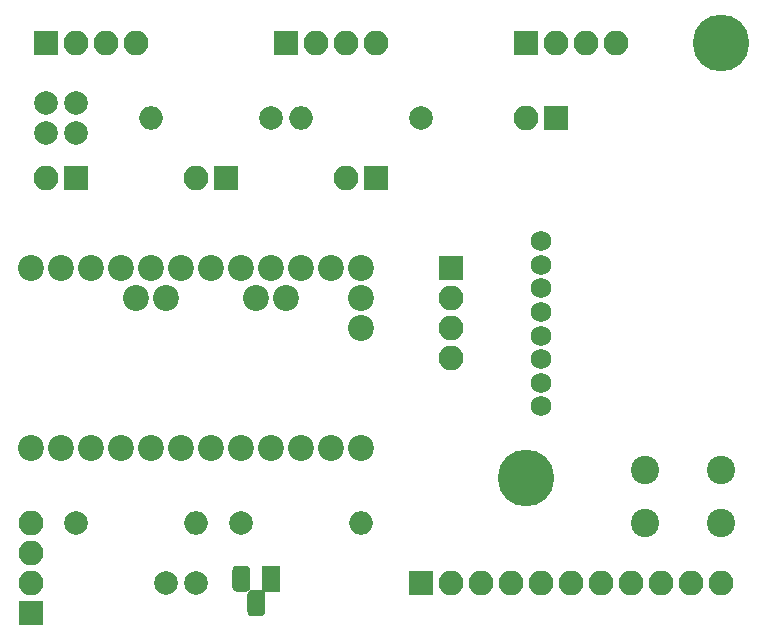
<source format=gbr>
G04 #@! TF.GenerationSoftware,KiCad,Pcbnew,5.0.0*
G04 #@! TF.CreationDate,2018-07-31T16:24:44+02:00*
G04 #@! TF.ProjectId,HB-UNI-Sen-WEA,48422D554E492D53656E2D5745412E6B,1.0*
G04 #@! TF.SameCoordinates,Original*
G04 #@! TF.FileFunction,Soldermask,Bot*
G04 #@! TF.FilePolarity,Negative*
%FSLAX46Y46*%
G04 Gerber Fmt 4.6, Leading zero omitted, Abs format (unit mm)*
G04 Created by KiCad (PCBNEW 5.0.0) date Tue Jul 31 16:24:44 2018*
%MOMM*%
%LPD*%
G01*
G04 APERTURE LIST*
%ADD10C,4.800000*%
%ADD11C,1.100000*%
%ADD12C,2.200000*%
%ADD13C,2.000000*%
%ADD14R,2.100000X2.100000*%
%ADD15O,2.100000X2.100000*%
%ADD16O,2.000000X2.000000*%
%ADD17C,2.400000*%
%ADD18C,1.750000*%
%ADD19C,0.100000*%
%ADD20C,1.500000*%
%ADD21R,1.500000X2.200000*%
G04 APERTURE END LIST*
D10*
G04 #@! TO.C,REF\002A\002A*
X166370000Y-105410000D03*
D11*
X168020000Y-105410000D03*
X167536726Y-106576726D03*
X166370000Y-107060000D03*
X165203274Y-106576726D03*
X164720000Y-105410000D03*
X165203274Y-104243274D03*
X166370000Y-103760000D03*
X167536726Y-104243274D03*
G04 #@! TD*
D12*
G04 #@! TO.C,U1*
X143510000Y-90170000D03*
X146050000Y-90170000D03*
X152400000Y-92710000D03*
X152400000Y-90170000D03*
X152400000Y-87630000D03*
X149860000Y-87630000D03*
X147320000Y-87630000D03*
X144780000Y-87630000D03*
X142240000Y-87630000D03*
X139700000Y-87630000D03*
X137160000Y-87630000D03*
X134620000Y-87630000D03*
X132080000Y-87630000D03*
X129540000Y-87630000D03*
X127000000Y-87630000D03*
X124460000Y-87630000D03*
X124460000Y-102870000D03*
X127000000Y-102870000D03*
X129540000Y-102870000D03*
X132080000Y-102870000D03*
X134620000Y-102870000D03*
X137160000Y-102870000D03*
X139700000Y-102870000D03*
X142240000Y-102870000D03*
X144780000Y-102870000D03*
X147320000Y-102870000D03*
X149860000Y-102870000D03*
X152400000Y-102870000D03*
X135890000Y-90170000D03*
X133350000Y-90170000D03*
G04 #@! TD*
D13*
G04 #@! TO.C,C1*
X135890000Y-114300000D03*
X138390000Y-114300000D03*
G04 #@! TD*
G04 #@! TO.C,C2*
X128230000Y-73660000D03*
X125730000Y-73660000D03*
G04 #@! TD*
G04 #@! TO.C,C3*
X125730000Y-76200000D03*
X128230000Y-76200000D03*
G04 #@! TD*
D14*
G04 #@! TO.C,J1*
X124460000Y-116840000D03*
D15*
X124460000Y-114300000D03*
X124460000Y-111760000D03*
X124460000Y-109220000D03*
G04 #@! TD*
G04 #@! TO.C,J2*
X160020000Y-95250000D03*
X160020000Y-92710000D03*
X160020000Y-90170000D03*
D14*
X160020000Y-87630000D03*
G04 #@! TD*
G04 #@! TO.C,J3*
X153670000Y-80010000D03*
D15*
X151130000Y-80010000D03*
G04 #@! TD*
D14*
G04 #@! TO.C,J4*
X125730000Y-68580000D03*
D15*
X128270000Y-68580000D03*
X130810000Y-68580000D03*
X133350000Y-68580000D03*
G04 #@! TD*
D14*
G04 #@! TO.C,J5*
X157480000Y-114300000D03*
D15*
X160020000Y-114300000D03*
X162560000Y-114300000D03*
X165100000Y-114300000D03*
X167640000Y-114300000D03*
X170180000Y-114300000D03*
X172720000Y-114300000D03*
X175260000Y-114300000D03*
X177800000Y-114300000D03*
X180340000Y-114300000D03*
X182880000Y-114300000D03*
G04 #@! TD*
G04 #@! TO.C,J6*
X138430000Y-80010000D03*
D14*
X140970000Y-80010000D03*
G04 #@! TD*
G04 #@! TO.C,J7*
X128270000Y-80010000D03*
D15*
X125730000Y-80010000D03*
G04 #@! TD*
G04 #@! TO.C,J8*
X153670000Y-68580000D03*
X151130000Y-68580000D03*
X148590000Y-68580000D03*
D14*
X146050000Y-68580000D03*
G04 #@! TD*
G04 #@! TO.C,J9*
X166370000Y-68580000D03*
D15*
X168910000Y-68580000D03*
X171450000Y-68580000D03*
X173990000Y-68580000D03*
G04 #@! TD*
D13*
G04 #@! TO.C,R1*
X128270000Y-109220000D03*
D16*
X138430000Y-109220000D03*
G04 #@! TD*
G04 #@! TO.C,R2*
X152400000Y-109220000D03*
D13*
X142240000Y-109220000D03*
G04 #@! TD*
D16*
G04 #@! TO.C,R3*
X134620000Y-74930000D03*
D13*
X144780000Y-74930000D03*
G04 #@! TD*
G04 #@! TO.C,R4*
X157480000Y-74930000D03*
D16*
X147320000Y-74930000D03*
G04 #@! TD*
D17*
G04 #@! TO.C,SW1*
X182880000Y-104720000D03*
X182880000Y-109220000D03*
X176380000Y-104720000D03*
X176380000Y-109220000D03*
G04 #@! TD*
D18*
G04 #@! TO.C,U2*
X167600000Y-99320000D03*
X167600000Y-85320000D03*
X167600000Y-87320000D03*
X167600000Y-89320000D03*
X167600000Y-91320000D03*
X167600000Y-93320000D03*
X167600000Y-95320000D03*
X167600000Y-97320000D03*
G04 #@! TD*
D19*
G04 #@! TO.C,Q1*
G36*
X143921756Y-114871806D02*
X143958159Y-114877206D01*
X143993857Y-114886147D01*
X144028506Y-114898545D01*
X144061774Y-114914280D01*
X144093339Y-114933199D01*
X144122897Y-114955121D01*
X144150165Y-114979835D01*
X144174879Y-115007103D01*
X144196801Y-115036661D01*
X144215720Y-115068226D01*
X144231455Y-115101494D01*
X144243853Y-115136143D01*
X144252794Y-115171841D01*
X144258194Y-115208244D01*
X144260000Y-115245000D01*
X144260000Y-116695000D01*
X144258194Y-116731756D01*
X144252794Y-116768159D01*
X144243853Y-116803857D01*
X144231455Y-116838506D01*
X144215720Y-116871774D01*
X144196801Y-116903339D01*
X144174879Y-116932897D01*
X144150165Y-116960165D01*
X144122897Y-116984879D01*
X144093339Y-117006801D01*
X144061774Y-117025720D01*
X144028506Y-117041455D01*
X143993857Y-117053853D01*
X143958159Y-117062794D01*
X143921756Y-117068194D01*
X143885000Y-117070000D01*
X143135000Y-117070000D01*
X143098244Y-117068194D01*
X143061841Y-117062794D01*
X143026143Y-117053853D01*
X142991494Y-117041455D01*
X142958226Y-117025720D01*
X142926661Y-117006801D01*
X142897103Y-116984879D01*
X142869835Y-116960165D01*
X142845121Y-116932897D01*
X142823199Y-116903339D01*
X142804280Y-116871774D01*
X142788545Y-116838506D01*
X142776147Y-116803857D01*
X142767206Y-116768159D01*
X142761806Y-116731756D01*
X142760000Y-116695000D01*
X142760000Y-115245000D01*
X142761806Y-115208244D01*
X142767206Y-115171841D01*
X142776147Y-115136143D01*
X142788545Y-115101494D01*
X142804280Y-115068226D01*
X142823199Y-115036661D01*
X142845121Y-115007103D01*
X142869835Y-114979835D01*
X142897103Y-114955121D01*
X142926661Y-114933199D01*
X142958226Y-114914280D01*
X142991494Y-114898545D01*
X143026143Y-114886147D01*
X143061841Y-114877206D01*
X143098244Y-114871806D01*
X143135000Y-114870000D01*
X143885000Y-114870000D01*
X143921756Y-114871806D01*
X143921756Y-114871806D01*
G37*
D20*
X143510000Y-115970000D03*
D19*
G36*
X142651756Y-112801806D02*
X142688159Y-112807206D01*
X142723857Y-112816147D01*
X142758506Y-112828545D01*
X142791774Y-112844280D01*
X142823339Y-112863199D01*
X142852897Y-112885121D01*
X142880165Y-112909835D01*
X142904879Y-112937103D01*
X142926801Y-112966661D01*
X142945720Y-112998226D01*
X142961455Y-113031494D01*
X142973853Y-113066143D01*
X142982794Y-113101841D01*
X142988194Y-113138244D01*
X142990000Y-113175000D01*
X142990000Y-114625000D01*
X142988194Y-114661756D01*
X142982794Y-114698159D01*
X142973853Y-114733857D01*
X142961455Y-114768506D01*
X142945720Y-114801774D01*
X142926801Y-114833339D01*
X142904879Y-114862897D01*
X142880165Y-114890165D01*
X142852897Y-114914879D01*
X142823339Y-114936801D01*
X142791774Y-114955720D01*
X142758506Y-114971455D01*
X142723857Y-114983853D01*
X142688159Y-114992794D01*
X142651756Y-114998194D01*
X142615000Y-115000000D01*
X141865000Y-115000000D01*
X141828244Y-114998194D01*
X141791841Y-114992794D01*
X141756143Y-114983853D01*
X141721494Y-114971455D01*
X141688226Y-114955720D01*
X141656661Y-114936801D01*
X141627103Y-114914879D01*
X141599835Y-114890165D01*
X141575121Y-114862897D01*
X141553199Y-114833339D01*
X141534280Y-114801774D01*
X141518545Y-114768506D01*
X141506147Y-114733857D01*
X141497206Y-114698159D01*
X141491806Y-114661756D01*
X141490000Y-114625000D01*
X141490000Y-113175000D01*
X141491806Y-113138244D01*
X141497206Y-113101841D01*
X141506147Y-113066143D01*
X141518545Y-113031494D01*
X141534280Y-112998226D01*
X141553199Y-112966661D01*
X141575121Y-112937103D01*
X141599835Y-112909835D01*
X141627103Y-112885121D01*
X141656661Y-112863199D01*
X141688226Y-112844280D01*
X141721494Y-112828545D01*
X141756143Y-112816147D01*
X141791841Y-112807206D01*
X141828244Y-112801806D01*
X141865000Y-112800000D01*
X142615000Y-112800000D01*
X142651756Y-112801806D01*
X142651756Y-112801806D01*
G37*
D20*
X142240000Y-113900000D03*
D21*
X144780000Y-113900000D03*
G04 #@! TD*
D14*
G04 #@! TO.C,J10*
X168910000Y-74930000D03*
D15*
X166370000Y-74930000D03*
G04 #@! TD*
D11*
G04 #@! TO.C,REF\002A\002A*
X184046726Y-67413274D03*
X182880000Y-66930000D03*
X181713274Y-67413274D03*
X181230000Y-68580000D03*
X181713274Y-69746726D03*
X182880000Y-70230000D03*
X184046726Y-69746726D03*
X184530000Y-68580000D03*
D10*
X182880000Y-68580000D03*
G04 #@! TD*
M02*

</source>
